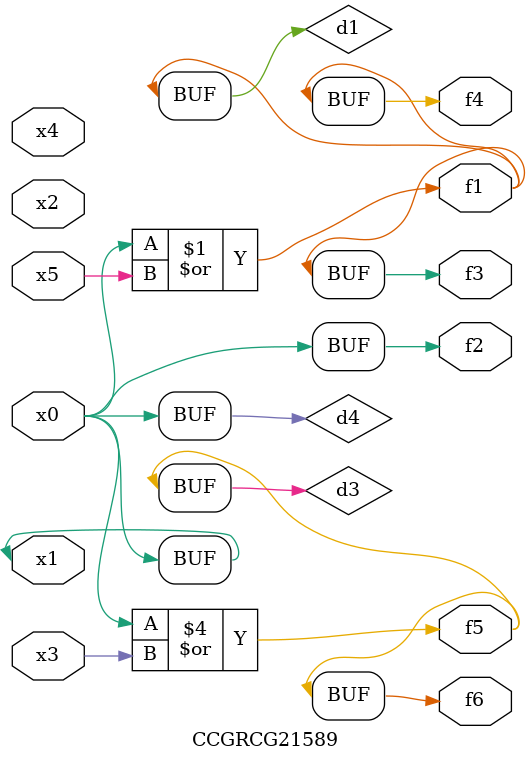
<source format=v>
module CCGRCG21589(
	input x0, x1, x2, x3, x4, x5,
	output f1, f2, f3, f4, f5, f6
);

	wire d1, d2, d3, d4;

	or (d1, x0, x5);
	xnor (d2, x1, x4);
	or (d3, x0, x3);
	buf (d4, x0, x1);
	assign f1 = d1;
	assign f2 = d4;
	assign f3 = d1;
	assign f4 = d1;
	assign f5 = d3;
	assign f6 = d3;
endmodule

</source>
